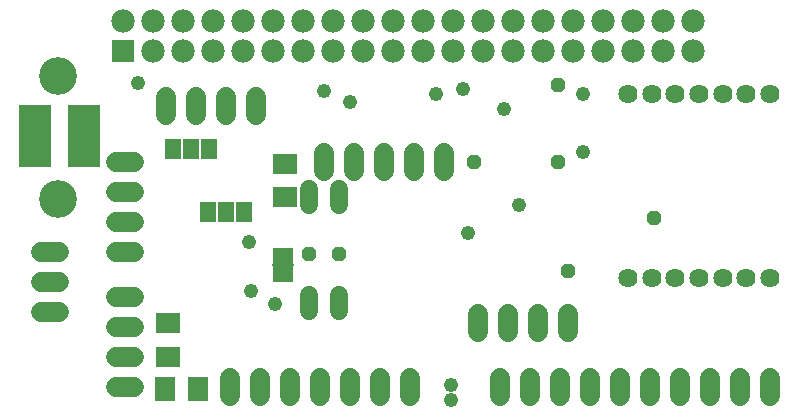
<source format=gts>
G75*
%MOIN*%
%OFA0B0*%
%FSLAX25Y25*%
%IPPOS*%
%LPD*%
%AMOC8*
5,1,8,0,0,1.08239X$1,22.5*
%
%ADD10C,0.12611*%
%ADD11C,0.06800*%
%ADD12R,0.10800X0.20800*%
%ADD13C,0.06400*%
%ADD14R,0.07800X0.07800*%
%ADD15C,0.07800*%
%ADD16R,0.05400X0.07100*%
%ADD17R,0.07099X0.07898*%
%ADD18R,0.07898X0.07099*%
%ADD19C,0.06000*%
%ADD20R,0.07100X0.05400*%
%ADD21R,0.07200X0.00600*%
%ADD22C,0.04762*%
%ADD23OC8,0.04762*%
D10*
X0030550Y0091800D03*
X0030550Y0133050D03*
D11*
X0050050Y0029300D02*
X0056050Y0029300D01*
X0056050Y0039300D02*
X0050050Y0039300D01*
X0050050Y0049300D02*
X0056050Y0049300D01*
X0056050Y0059300D02*
X0050050Y0059300D01*
X0031050Y0054300D02*
X0025050Y0054300D01*
X0025050Y0064300D02*
X0031050Y0064300D01*
X0031050Y0074300D02*
X0025050Y0074300D01*
X0050050Y0074300D02*
X0056050Y0074300D01*
X0056050Y0084300D02*
X0050050Y0084300D01*
X0050050Y0094300D02*
X0056050Y0094300D01*
X0056050Y0104300D02*
X0050050Y0104300D01*
X0066800Y0120050D02*
X0066800Y0126050D01*
X0076800Y0126050D02*
X0076800Y0120050D01*
X0086800Y0120050D02*
X0086800Y0126050D01*
X0096800Y0126050D02*
X0096800Y0120050D01*
X0119300Y0107300D02*
X0119300Y0101300D01*
X0129300Y0101300D02*
X0129300Y0107300D01*
X0139300Y0107300D02*
X0139300Y0101300D01*
X0149300Y0101300D02*
X0149300Y0107300D01*
X0159300Y0107300D02*
X0159300Y0101300D01*
X0170550Y0053550D02*
X0170550Y0047550D01*
X0180550Y0047550D02*
X0180550Y0053550D01*
X0190550Y0053550D02*
X0190550Y0047550D01*
X0200550Y0047550D02*
X0200550Y0053550D01*
X0198050Y0032300D02*
X0198050Y0026300D01*
X0208050Y0026300D02*
X0208050Y0032300D01*
X0218050Y0032300D02*
X0218050Y0026300D01*
X0228050Y0026300D02*
X0228050Y0032300D01*
X0238050Y0032300D02*
X0238050Y0026300D01*
X0248050Y0026300D02*
X0248050Y0032300D01*
X0258050Y0032300D02*
X0258050Y0026300D01*
X0268050Y0026300D02*
X0268050Y0032300D01*
X0188050Y0032300D02*
X0188050Y0026300D01*
X0178050Y0026300D02*
X0178050Y0032300D01*
X0148050Y0032300D02*
X0148050Y0026300D01*
X0138050Y0026300D02*
X0138050Y0032300D01*
X0128050Y0032300D02*
X0128050Y0026300D01*
X0118050Y0026300D02*
X0118050Y0032300D01*
X0108050Y0032300D02*
X0108050Y0026300D01*
X0098050Y0026300D02*
X0098050Y0032300D01*
X0088050Y0032300D02*
X0088050Y0026300D01*
D12*
X0039300Y0113050D03*
X0023050Y0113050D03*
D13*
X0220678Y0126800D03*
X0228552Y0126800D03*
X0236426Y0126800D03*
X0244300Y0126800D03*
X0252174Y0126800D03*
X0260048Y0126800D03*
X0267922Y0126800D03*
X0267922Y0065550D03*
X0260048Y0065550D03*
X0252174Y0065550D03*
X0244300Y0065550D03*
X0236426Y0065550D03*
X0228552Y0065550D03*
X0220678Y0065550D03*
D14*
X0052253Y0141131D03*
D15*
X0062253Y0141131D03*
X0072253Y0141131D03*
X0082253Y0141131D03*
X0092253Y0141131D03*
X0102253Y0141131D03*
X0112253Y0141131D03*
X0122253Y0141131D03*
X0132253Y0141131D03*
X0142253Y0141131D03*
X0152253Y0141131D03*
X0162253Y0141131D03*
X0172253Y0141131D03*
X0182253Y0141131D03*
X0192253Y0141131D03*
X0202253Y0141131D03*
X0212253Y0141131D03*
X0222253Y0141131D03*
X0232253Y0141131D03*
X0242253Y0141131D03*
X0242253Y0151131D03*
X0232253Y0151131D03*
X0222253Y0151131D03*
X0212253Y0151131D03*
X0202253Y0151131D03*
X0192253Y0151131D03*
X0182253Y0151131D03*
X0172253Y0151131D03*
X0162253Y0151131D03*
X0152253Y0151131D03*
X0142253Y0151131D03*
X0132253Y0151131D03*
X0122253Y0151131D03*
X0112253Y0151131D03*
X0102253Y0151131D03*
X0092253Y0151131D03*
X0082253Y0151131D03*
X0072253Y0151131D03*
X0062253Y0151131D03*
X0052253Y0151131D03*
D16*
X0068925Y0108675D03*
X0074925Y0108675D03*
X0080925Y0108675D03*
X0080800Y0087425D03*
X0086800Y0087425D03*
X0092800Y0087425D03*
D17*
X0077372Y0028675D03*
X0066175Y0028675D03*
D18*
X0067425Y0039300D03*
X0067425Y0050497D03*
X0106175Y0092452D03*
X0106175Y0103648D03*
D19*
X0114300Y0095125D02*
X0114300Y0089925D01*
X0124300Y0089925D02*
X0124300Y0095125D01*
X0124300Y0059925D02*
X0124300Y0054725D01*
X0114300Y0054725D02*
X0114300Y0059925D01*
D20*
X0105550Y0066925D03*
X0105550Y0072925D03*
D21*
X0105550Y0069925D03*
D22*
X0094300Y0077425D03*
X0094925Y0061175D03*
X0103050Y0056800D03*
X0161800Y0029925D03*
X0161800Y0024925D03*
X0167425Y0080550D03*
X0184300Y0089925D03*
X0205550Y0107425D03*
X0179300Y0121800D03*
X0165550Y0128675D03*
X0156800Y0126800D03*
X0128050Y0124300D03*
X0119300Y0128050D03*
X0057425Y0130550D03*
X0205550Y0126800D03*
D23*
X0197425Y0129925D03*
X0197425Y0104300D03*
X0169300Y0104300D03*
X0124300Y0073675D03*
X0114300Y0073675D03*
X0200550Y0068050D03*
X0229300Y0085550D03*
M02*

</source>
